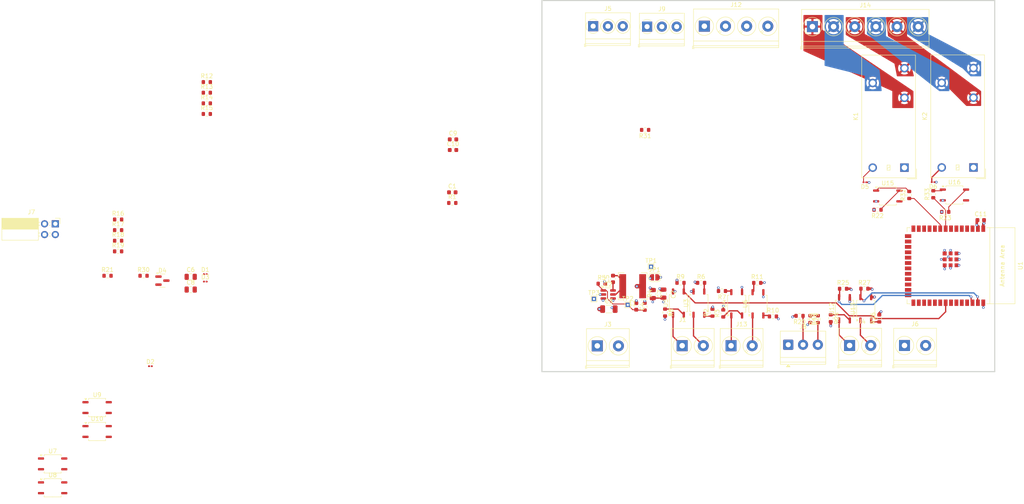
<source format=kicad_pcb>
(kicad_pcb (version 20241229) (generator "pcbnew") (generator_version "9.0")
  (layers (0 "F.Cu" signal) (4 "In1.Cu" power) (6 "In2.Cu" mixed) (2 "B.Cu" signal) (13 "F.Paste" user) (15 "B.Paste" user) (5 "F.SilkS" user "F.Silkscreen") (7 "B.SilkS" user "B.Silkscreen") (1 "F.Mask" user) (3 "B.Mask" user) (25 "Edge.Cuts" user))
  (net 0 "")
  (net 1 "GND")
  (net 2 "Net-(U1-EN)")
  (net 3 "Net-(U2-FB)")
  (net 4 "Net-(U2-BST)")
  (net 5 "/Board_ZorionX/NPN_IN_2")
  (net 6 "/Board_ZorionX/A010_IN1")
  (net 7 "VCC")
  (net 8 "/Board_ZorionX/D_IN1")
  (net 9 "/Board_ZorionX/D_IN_2")
  (net 10 "/Board_ZorionX/RS485-B")
  (net 11 "/Board_ZorionX/RS485-A")
  (net 12 "/Board_ZorionX/RUN{slash}Stop")
  (net 13 "/Board_ZorionX/AOUT_010_1")
  (net 14 "/AOUT_420_1")
  (net 15 "/Board_ZorionX/DOUT_PNP_1")
  (net 16 "Net-(R23-Pad1)")
  (net 17 "/Board_ZorionX/DOUT_PNP_2")
  (net 18 "Net-(R32-Pad2)")
  (net 19 "/Board_ZorionX/PNP_IN_2")
  (net 20 "/Board_ZorionX/RLY1_CD")
  (net 21 "/Board_ZorionX/RLY2_NCD")
  (net 22 "/Board_ZorionX/RLY1_NOD")
  (net 23 "/Board_ZorionX/RLY2_NOD")
  (net 24 "/Board_ZorionX/RLY2_CD")
  (net 25 "/Board_ZorionX/RLY1_NCD")
  (net 26 "+3.3V")
  (net 27 "RLY_EN_1")
  (net 28 "RLY_EN_2")
  (net 29 "Net-(R33-Pad2)")
  (net 31 "Net-(R24-Pad1)")
  (net 33 "Net-(R26-Pad1)")
  (net 36 "Net-(R2-Pad1)")
  (net 38 "/Board_ZorionX/Driver_RS485/UART_OUT")
  (net 39 "Net-(R8-Pad1)")
  (net 40 "Net-(U11-A)")
  (net 41 "Net-(U11-B)")
  (net 43 "Net-(R16-Pad1)")
  (net 44 "Net-(R17-Pad2)")
  (net 45 "Net-(R18-Pad1)")
  (net 46 "Net-(R19-Pad2)")
  (net 48 "Net-(R12-Pad1)")
  (net 49 "/Board_ZorionX/Driver_RS485/UART_R_IN")
  (net 51 "Net-(R14-Pad1)")
  (net 52 "Net-(R3-Pad1)")
  (net 54 "Net-(R10-Pad1)")
  (net 55 "/Board_ZorionX/INPUt_PNP/Out_Input_PNP2")
  (net 56 "Net-(R22-Pad1)")
  (net 57 "/Board_ZorionX/Output_PNP/IN_output_PNP1")
  (net 59 "/Board_ZorionX/Output_PNP/IN_output_PNP2")
  (net 60 "/Board_ZorionX/OUTPUT_NPN/IN_output_NPN1")
  (net 62 "/Board_ZorionX/USB_-")
  (net 63 "/Board_ZorionX/OUT_0-10v/SDA_0-10v_out")
  (net 64 "/Board_ZorionX/USB_+")
  (net 65 "/Board_ZorionX/OUT_0-10v/SLK_0-10v_out")
  (net 66 "+5V")
  (net 67 "Net-(U14-V5V)")
  (net 68 "Net-(D5-A)")
  (net 69 "Net-(D6-A)")
  (net 70 "Net-(C9-Pad1)")
  (net 71 "Net-(C10-Pad1)")
  (net 72 "/Board_ZorionX/PowerSuply/Vout")
  (net 73 "/Board_ZorionX/PowerSuply/SW")
  (net 74 "/Board_ZorionX/INPUt_PNP/Out_Input_PNP1")
  (net 75 "/Board_ZorionX/OUTPUT_NPN/IN_otuput_NPN2")
  (net 78 "4_20v_mA")
  (net 79 "/Board_ZorionX/0-10v_IN/IN_input_0-10v")
  (net 80 "0_10v_in")
  (net 83 "/Board_ZorionX/AOUT_420")
  (net 84 "In_dig_1")
  (net 85 "In_dig_2")
  (net 89 "NPN_in_1")
  (net 90 "PNP_in_1")
  (net 91 "NPN_in_2")
  (footprint "Resistor_SMD:R_0603_1608Metric" (layer "F.Cu") (at 83.395 138.23 180)
    (property "Reference" "R7")
    (property "Value" "R_US")
  )
  (footprint "Package_SO:SOP-4_3.8x4.1mm_P2.54mm" (layer "F.Cu") (at 91.9 141.25 90)
    (property "Reference" "U6")
    (property "Value" "TLP3542")
  )
  (footprint "Resistor_SMD:R_0603_1608Metric" (layer "F.Cu") (at 120.1545 119.0283 180)
    (property "Reference" "R22")
    (property "Value" "R_US")
  )
  (footprint "Resistor_SMD:R_0603_1608Metric" (layer "F.Cu") (at -38.343 93.8708)
    (property "Reference" "R14")
    (property "Value" "R_US")
  )
  (footprint "TerminalBlock_Phoenix:TerminalBlock_Phoenix_PT-1,5-2-5.0-H_1x02_P5.00mm_Horizontal" (layer "F.Cu") (at 126.53 151.09)
    (property "Reference" "J6")
    (property "Value" "Screw_Terminal_01x02")
  )
  (footprint "TerminalBlock_Phoenix:TerminalBlock_Phoenix_PT-1,5-2-5.0-H_1x02_P5.00mm_Horizontal" (layer "F.Cu") (at 53.9328 151.1808)
    (property "Reference" "J3")
    (property "Value" "Screw_Terminal_01x02")
  )
  (footprint "Resistor_SMD:R_0603_1608Metric" (layer "F.Cu") (at -38.343 91.3608)
    (property "Reference" "R13")
    (property "Value" "R_US")
  )
  (footprint "Package_SO:SOP-4_3.8x4.1mm_P2.54mm" (layer "F.Cu") (at -64.27 171.42)
    (property "Reference" "U10")
    (property "Value" "TLP3542")
  )
  (footprint "TerminalBlock_Phoenix:TerminalBlock_Phoenix_PT-1,5-2-5.0-H_1x02_P5.00mm_Horizontal" (layer "F.Cu") (at 85.54 151.15)
    (property "Reference" "J13")
    (property "Value" "Screw_Terminal_01x02")
  )
  (footprint "Package_TO_SOT_SMD:TSOT-23-6" (layer "F.Cu") (at 56.5045 139.0408)
    (property "Reference" "U2")
    (property "Value" "AP63203WU")
  )
  (footprint "TerminalBlock_Phoenix:TerminalBlock_Phoenix_PT-1,5-2-5.0-H_1x02_P5.00mm_Horizontal" (layer "F.Cu") (at 113.55 151.09)
    (property "Reference" "J4")
    (property "Value" "Screw_Terminal_01x02")
  )
  (footprint "TerminalBlock_Phoenix:TerminalBlock_Phoenix_PT-1,5-3-3.5-H_1x03_P3.50mm_Horizontal" (layer "F.Cu") (at 52.9488 75.6412)
    (property "Reference" "J5")
    (property "Value" "Screw_Terminal_01x03")
  )
  (footprint "Capacitor_SMD:C_0805_2012Metric" (layer "F.Cu") (at -42.153 137.8808)
    (property "Reference" "C8")
    (property "Value" "1uf")
  )
  (footprint "Package_SO:SOP-4_3.8x4.1mm_P2.54mm" (layer "F.Cu") (at -74.78 179.07)
    (property "Reference" "U7")
    (property "Value" "TLP3542")
  )
  (footprint "Resistor_SMD:R_0603_1608Metric" (layer "F.Cu") (at -59.303 123.8308)
    (property "Reference" "R17")
    (property "Value" "R_US")
  )
  (footprint "Package_SO:SOP-4_3.8x4.1mm_P2.54mm" (layer "F.Cu") (at 117.38 142.42 90)
    (property "Reference" "U13")
    (property "Value" "TLP3542")
  )
  (footprint "Capacitor_SMD:C_0603_1608Metric" (layer "F.Cu") (at 19.6646 114.8996)
    (property "Reference" "C1")
    (property "Value" "1uf")
  )
  (footprint "Capacitor_SMD:C_0603_1608Metric" (layer "F.Cu") (at 57.642 135.3658 90)
    (property "Reference" "C5")
    (property "Value" "100nf")
  )
  (footprint "Package_SO:SOP-4_3.8x4.1mm_P2.54mm" (layer "F.Cu") (at -74.78 184.72)
    (property "Reference" "U8")
    (property "Value" "TLP3542")
  )
  (footprint "Resistor_SMD:R_0603_1608Metric" (layer "F.Cu") (at 127.642 115.5283 90)
    (property "Reference" "R32")
    (property "Value" "R_US")
  )
  (footprint "Resistor_SMD:R_0603_1608Metric" (layer "F.Cu") (at 19.6646 117.4096)
    (property "Reference" "R1")
    (property "Value" "R_US")
  )
  (footprint "Inductor_SMD:L_0201_0603Metric" (layer "F.Cu") (at -38.703 134.2408)
    (property "Reference" "D1")
    (property "Value" "D_Zener")
  )
  (footprint "Package_SO:SOP-4_3.8x4.1mm_P2.54mm" (layer "F.Cu") (at 122.5795 115.7583)
    (property "Reference" "U15")
    (property "Value" "TLP3542")
  )
  (footprint "Package_SO:SOP-4_3.8x4.1mm_P2.54mm" (layer "F.Cu") (at 112.34 142.41 90)
    (property "Reference" "U12")
    (property "Value" "TLP3542")
  )
  (footprint "Inductor_SMD:L_0201_0603Metric" (layer "F.Cu") (at -38.703 135.9908)
    (property "Reference" "D3")
    (property "Value" "D")
  )
  (footprint "Resistor_SMD:R_0603_1608Metric" (layer "F.Cu") (at 73.595 136.29)
    (property "Reference" "R9")
    (property "Value" "R_US")
  )
  (footprint "Package_SO:SOP-4_3.8x4.1mm_P2.54mm" (layer "F.Cu") (at 86.87 141.24 90)
    (property "Reference" "U4")
    (property "Value" "TLP3542")
  )
  (footprint "Resistor_SMD:R_0603_1608Metric" (layer "F.Cu") (at 101.725 144.09 180)
    (property "Reference" "R20")
    (property "Value" "R_US")
  )
  (footprint "Jumper:SolderJumper-2_P1.3mm_Open_RoundedPad1.0x1.5mm" (layer "F.Cu") (at 67.492 134.9908)
    (property "Reference" "JP1")
    (property "Value" "SolderJumper_2_Open")
  )
  (footprint "Capacitor_SMD:C_0603_1608Metric" (layer "F.Cu") (at 19.835 104.9)
    (property "Reference" "C10")
    (property "Value" "1uf")
  )
  (footprint "Capacitor_SMD:C_0603_1608Metric" (layer "F.Cu") (at 19.835 102.39)
    (property "Reference" "C9")
    (property "Value" "1uf")
  )
  (footprint "Connector_PinSocket_2.54mm:PinSocket_2x02_P2.54mm_Horizontal" (layer "F.Cu") (at -74.143 122.3408)
    (property "Reference" "J7")
    (property "Value" "USB_ext")
  )
  (footprint "TestPoint:TestPoint_THTPad_1.0x1.0mm_Drill0.5mm" (layer "F.Cu") (at 61.142 141.4908)
    (property "Reference" "TP2")
    (property "Value" "TestPoint")
  )
  (footprint "Resistor_SMD:R_0603_1608Metric" (layer "F.Cu") (at -53.293 134.6208)
    (property "Reference" "R30")
    (property "Value" "R_US")
  )
  (footprint "Resistor_SMD:R_0603_1608Metric" (layer "F.Cu") (at -59.303 126.3408)
    (property "Reference" "R18")
    (property "Value" "R_US")
  )
  (footprint "Inductor_SMD:L_0201_0603Metric" (layer "F.Cu") (at 117.1745 112.5283 180)
    (property "Reference" "D5")
    (property "Value" "D")
  )
  (footprint "Capacitor_SMD:C_0805_2012Metric" (layer "F.Cu") (at -42.153 134.8708)
    (property "Reference" "C6")
    (property "Value" "0.1uf")
  )
  (footprint "Capacitor_SMD:C_0603_1608Metric" (layer "F.Cu") (at 144.545 121.47)
    (property "Reference" "C11")
    (property "Value" "1uf")
  )
  (footprint "Resistor_SMD:R_0603_1608Metric" (layer "F.Cu") (at -61.803 134.6208)
    (property "Reference" "R21")
    (property "Value" "R_US")
  )
  (footprint "Resistor_SMD:R_0603_1608Metric" (layer "F.Cu") (at -38.343 88.8508)
    (property "Reference" "R12")
    (property "Value" "R_US")
  )
  (footprint "Package_SO:SOP-4_3.8x4.1mm_P2.54mm" (layer "F.Cu") (at -64.27 165.77)
    (property "Reference" "U9")
    (property "Value" "TLP3542")
  )
  (footprint "Resistor_SMD:R_0603_1608Metric" (layer "F.Cu") (at 117.055 137.67)
    (property "Reference" "R27")
    (property "Value" "R_US")
  )
  (footprint "Resistor_SMD:R_0603_1608Metric" (layer "F.Cu") (at 112.015 137.69)
    (property "Reference" "R25")
    (property "Value" "R_US")
  )
  (footprint "Inductor_SMD:L_0201_0603Metric" (layer "F.Cu") (at 133.297 112.4908 180)
    (property "Reference" "D6")
    (property "Value" "D")
  )
  (footprint "Resistor_SMD:R_0603_1608Metric" (layer "F.Cu") (at 120.57 144.685 90)
    (property "Reference" "R26")
    (property "Value" "R_US")
  )
  (footprint "Resistor_SMD:R_0603_1608Metric" (layer "F.Cu") (at 81.14 143.335 90)
    (property "Reference" "R2")
    (property "Value" "R_US")
  )
  (footprint "Resistor_SMD:R_0603_1608Metric" (layer "F.Cu") (at 83.7 143.515 90)
    (property "Reference" "R3")
    (property "Value" "R_US")
  )
  (footprint "Resistor_SMD:R_0603_1608Metric" (layer "F.Cu") (at -38.343 96.3808)
    (property "Reference" "R15")
    (property "Value" "R_US")
  )
  (footprint "Resistor_SMD:R_0603_1608Metric" (layer "F.Cu") (at -59.303 128.8508)
    (property "Reference" "R19")
    (property "Value" "R_US")
  )
  (footprint "Package_SO:SOP-4_3.8x4.1mm_P2.54mm" (layer "F.Cu") (at 138.3295 115.5283)
    (property "Reference" "U16")
    (property "Value" "TLP3542")
  )
  (footprint "Capacitor_SMD:C_0603_1608Metric" (layer "F.Cu") (at 63.142 141.8658 -90)
    (property "Reference" "C4")
    (property "Value" "100nf")
  )
  (footprint "Resistor_SMD:R_0603_1608Metric" (layer "F.Cu") (at 91.73 136.3)
    (property "Reference" "R11")
    (property "Value" "R_US")
  )
  (footprint "Inductor_SMD:L_Bourns-SRN6028" (layer "F.Cu") (at 62.292 137.0908)
    (property "Reference" "L1")
    (property "Value" "L_Iron")
  )
  (footprint "Package_TO_SOT_SMD:SOT-23" (layer "F.Cu") (at -48.833 135.7658)
    (property "Reference" "D4")
    (property "Value" "SM712_SOT23")
  )
  (footprint "Resistor_SMD:R_0603_1608Metric" (layer "F.Cu") (at 133.3295 115.3533 90)
    (property "Reference" "R33")
    (property "Value" "R_US")
  )
  (footprint "TerminalBlock_Phoenix:TerminalBlock_Phoenix_PT-1,5-3-3.5-H_1x03_P3.50mm_Horizontal" (layer "F.Cu") (at 65.6944 75.7428)
    (property "Reference" "J9")
    (property "Value" "Screw_Terminal_01x03")
  )
  (footprint "Capacitor_SMD:C_0805_2012Metric" (layer "F.Cu") (at 67.042 138.9408 -90)
    (property "Reference" "C7")
    (property "Value" "22uf")
  )
  (footprint "TerminalBlock_Phoenix:TerminalBlock_Phoenix_PT-1,5-4-5.0-H_1x04_P5.00mm_Horizontal" (layer "F.Cu") (at 79.2312 75.6412)
    (property "Reference" "J12")
    (property "Value" "Screw_Terminal_01x04")
  )
  (footprint "TerminalBlock_Phoenix:TerminalBlock_Phoenix_PT-1,5-2-5.0-H_1x02_P5.00mm_Horizontal" (layer "F.Cu") (at 73.99 151.14)
    (property "Reference" "J1")
    (property "Value" "Screw_Terminal_01x02")
  )
  (footprint "Resistor_SMD:R_0603_1608Metric" (layer "F.Cu") (at 65.235 100.15 180)
    (property "Reference" "R31")
    (property "Value" "R_US")
  )
  (footprint "Relay_THT:Relay_SPDT_Omron_G2RL-1" (layer "F.Cu") (at 126.517 109.0658 180)
    (property "Reference" "K1")
    (property "Value" "G2RL-1")
  )
  (footprint "Resistor_SMD:R_0603_1608Metric" (layer "F.Cu") (at 106.06 144.875 90)
    (property "Reference" "R28")
    (property "Value" "R_US")
  )
  (footprint "Resistor_SMD:R_0603_1608Metric" (layer "F.Cu") (at -59.303 121.3208)
    (property "Reference" "R16")
    (property "Value" "R_US")
  )
  (footprint "TestPoint:TestPoint_THTPad_1.0x1.0mm_Drill0.5mm" (layer "F.Cu") (at 53.142 140.0908)
    (property "Reference" "TP3")
    (property "Value" "TestPoint")
  )
  (footprint "Resistor_SMD:R_0603_1608Metric" (layer "F.Cu") (at 78.46 136.29)
    (property "Reference" "R6")
    (property "Value" "R_US")
  )
  (footprint "Resistor_SMD:R_0603_1608Metric" (layer "F.Cu") (at 109.1 144.655 -90)
    (property "Reference" "R24")
    (property "Value" "R_US")
  )
  (footprint "Resistor_SMD:R_0603_1608Metric" (layer "F.Cu") (at 104.27 144.865 -90)
    (property "Reference" "R29")
    (property "Value" "R_US")
  )
  (footprint "Relay_THT:Relay_SPDT_Omron_G2RL-1" (layer "F.Cu") (at 142.8295 109.0283 180)
    (property "Reference" "K2")
    (property "Value" "G2RL-1")
  )
  (footprint "Capacitor_SMD:C_0805_2012Metric" (layer "F.Cu") (at 69.542 138.8408 -90)
    (property "Reference" "C2")
    (property "Value" "22uf")
  )
  (footprint "Inductor_SMD:L_0201_0603Metric" (layer "F.Cu") (at -51.678 155.9908)
    (property "Reference" "D2")
    (property "Value" "D")
  )
  (footprint "Resistor_SMD:R_0603_1608Metric" (layer "F.Cu") (at 54.967 136.4908)
    (property "Reference" "R5")
    (property "Value" "R_US")
  )
  (footprint "Resistor_SMD:R_0603_1608Metric" (layer "F.Cu") (at 136.1545 119.5283 180)
    (property "Reference" "R23")
    (property "Value" "R_US")
  )
  (footprint "PCM_Espressif:ESP32-S3-WROOM-1" (layer "F.Cu") (at 136.882 132.2408 -90)
    (property "Reference" "U1")
    (property "Value" "ESP32-S3-WROOM-1")
  )
  (footprint "Resistor_SMD:R_0603_1608Metric" (layer "F.Cu") (at 69.95 143.315 -90)
    (property "Reference" "R8")
    (property "Value" "R_US")
  )
  (footprint "TestPoint:TestPoint_THTPad_1.0x1.0mm_Drill0.5mm" (layer "F.Cu") (at 66.642 132.4908)
    (property "Reference" "TP1")
    (property "Value" "TestPoint")
  )
  (footprint "Capacitor_SMD:C_1206_3216Metric" (layer "F.Cu") (at 56.667 142.4908)
    (property "Reference" "C3")
    (property "Value" "10mf")
  )
  (footprint "Resistor_SMD:R_0603_1608Metric" (layer "F.Cu") (at 95.435 144.23)
    (property "Reference" "R10")
    (property "Value" "R_US")
  )
  (footprint "Package_SO:SOP-4_3.8x4.1mm_P2.54mm" (layer "F.Cu") (at 77.94 141.09 90)
    (property "Reference" "U3")
    (property "Value" "TLP3542")
  )
  (footprint "TerminalBlock_Phoenix:TerminalBlock_Phoenix_PT-1,5-6-5.0-H_1x06_P5.00mm_Horizontal" (layer "F.Cu") (at 104.7696 75.7428)
    (property "Reference" "J14")
    (property "Value" "Screw_Terminal_01x06")
  )
  (footprint "Package_SO:SOP-4_3.8x4.1mm_P2.54mm" (layer "F.Cu") (at 73.1 141.09 90)
    (property "Reference" "U5")
    (property "Value" "TLP3542")
  )
  (footprint "Resistor_SMD:R_0603_1608Metric" (layer "F.Cu") (at 65.142 141.9158 -90)
    (property "Reference" "R4")
    (property "Value" "R_US")
  )
  (footprint "TerminalBlock_Phoenix:TerminalBlock_Phoenix_PT-1,5-3-3.5-H_1x03_P3.50mm_Horizontal" (layer "F.Cu") (at 99.05 150.92)
    (property "Reference" "J8")
    (property "Value" "Screw_Terminal_01x03")
  )
  (gr_line (start 40.848 69.5768) (end 40.848 157.2768) (stroke (width 0.25)) (layer "Edge.Cuts"))
  (gr_line (start 147.848 69.5768) (end 40.848 69.5768) (stroke (width 0.25)) (layer "Edge.Cuts"))
  (gr_line (start 147.848 157.2768) (end 147.848 69.5768) (stroke (width 0.25)) (layer "Edge.Cuts"))
  (gr_line (start 40.848 157.2768) (end 147.848 157.2768) (stroke (width 0.25)) (layer "Edge.Cuts"))
  (segment (start 57.7208 142.4908) (end 57.4 142.17) (width 0.3048) (layer "F.Cu") (net 1))
  (segment (start 100.9 144.09) (end 100.33 144.09) (width 0.3048) (layer "F.Cu") (net 1))
  (segment (start 136.022 130.7408) (end 135.2108 130.7408) (width 0.3048) (layer "F.Cu") (net 1))
  (segment (start 71.83 138.34) (end 72.28 138.34) (width 0.6096) (layer "F.Cu") (net 1))
  (segment (start 145.142 122.388) (end 145.3 122.23) (width 0.6096) (layer "F.Cu") (net 1))
  (segment (start 145.32 122.21) (end 145.3 122.23) (width 0.6096) (layer "F.Cu") (net 1))
  (segment (start 137.422 128.598) (end 137.43 128.59) (width 0.3048) (layer "F.Cu") (net 1))
  (segment (start 109.1 145.48) (end 109.1 146.45) (width 0.6096) (layer "F.Cu") (net 1))
  (segment (start 96.26 144.23) (end 96.26 144.34) (width 0.3048) (layer "F.Cu") (net 1))
  (segment (start 136.022 132.998) (end 136.02 133) (width 0.3048) (layer "F.Cu") (net 1))
  (segment (start 137.422 132.1408) (end 137.422 132.788) (width 0.3048) (layer "F.Cu") (net 1))
  (segment (start 67.042 139.8908) (end 67.042 140.7908) (width 0.2) (layer "F.Cu") (net 1))
  (segment (start 67.042 139.8908) (end 69.442 139.8908) (width 0.3048) (layer "F.Cu") (net 1))
  (segment (start 145.142 142.092) (end 145.16 142.11) (width 0.3048) (layer "F.Cu") (net 1))
  (segment (start 55.792 136.4908) (end 55.792 136.1408) (width 0.2) (layer "F.Cu") (net 1))
  (segment (start 69.95 144.9) (end 69.93 144.92) (width 0.3048) (layer "F.Cu") (net 1))
  (segment (start 92.555 136.3) (end 93.35 136.3) (width 0.3048) (layer "F.Cu") (net 1))
  (segment (start 138.822 129.3408) (end 139.4392 129.3408) (width 0.3048) (layer "F.Cu") (net 1))
  (segment (start 69.442 139.8908) (end 69.542 139.7908) (width 0.3048) (layer "F.Cu") (net 1))
  (segment (start 83.7 141.8) (end 83.71 141.79) (width 0.3048) (layer "F.Cu") (net 1))
  (segment (start 136.022 132.1408) (end 136.022 132.998) (width 0.3048) (layer "F.Cu") (net 1))
  (segment (start 118.73 137.67) (end 118.9 137.84) (width 0.6096) (layer "F.Cu") (net 1))
  (segment (start 69.95 144.14) (end 69.95 144.9) (width 0.3048) (layer "F.Cu") (net 1))
  (segment (start 81.14 142.51) (end 81.14 142.08) (width 0.6096) (layer "F.Cu") (net 1))
  (segment (start 117.88 137.67) (end 118.73 137.67) (width 0.6096) (layer "F.Cu") (net 1))
  (segment (start 145.142 123.4908) (end 145.142 122.388) (width 0.6096) (layer "F.Cu") (net 1))
  (segment (start 55.792 136.1408) (end 55.642 135.9908) (width 0.2) (layer "F.Cu") (net 1))
  (segment (start 58.142 142.4908) (end 57.7208 142.4908) (width 0.3048) (layer "F.Cu") (net 1))
  (segment (start 82.57 137.49) (end 82.53 137.45) (width 0.3048) (layer "F.Cu") (net 1))
  (segment (start 120.57 143.86) (end 120.57 143.51) (width 0.6096) (layer "F.Cu") (net 1))
  (segment (start 137.422 132.788) (end 137.41 132.8) (width 0.3048) (layer "F.Cu") (net 1))
  (segment (start 137.422 129.3408) (end 137.422 128.598) (width 0.3048) (layer "F.Cu") (net 1))
  (segment (start 104.14 145.69) (end 103.64 146.19) (width 0.3048) (layer "F.Cu") (net 1))
  (segment (start 82.57 138.23) (end 82.57 137.49) (width 0.3048) (layer "F.Cu") (net 1))
  (segment (start 145.32 121.47) (end 145.32 122.21) (width 0.6096) (layer "F.Cu") (net 1))
  (segment (start 69.542 139.7908) (end 69.542 140.7908) (width 0.2) (layer "F.Cu") (net 1))
  (segment (start 81.14 142.08) (end 81.22 142) (width 0.6096) (layer "F.Cu") (net 1))
  (segment (start 57.642 139.9908) (end 57.642 140.4908) (width 0.2) (layer "F.Cu") (net 1))
  (segment (start 76.16 138.34) (end 76.13 138.31) (width 0.6096) (layer "F.Cu") (net 1))
  (segment (start 96.26 144.34) (end 96.73 144.81) (width 0.3048) (layer "F.Cu") (net 1))
  (segment (start 137.4108 130.7408) (end 136.85 130.18) (width 0.3048) (layer "F.Cu") (net 1))
  (segment (start 93.35 136.3) (end 93.43 136.22) (width 0.3048) (layer "F.Cu") (net 1))
  (segment (start 72.28 138.34) (end 72.3 138.32) (width 0.6096) (layer "F.Cu") (net 1))
  (segment (start 138.822 130.7408) (end 139.4792 130.7408) (width 0.3048) (layer "F.Cu") (net 1))
  (segment (start 137.422 130.7408) (end 137.4108 130.7408) (width 0.3048) (layer "F.Cu") (net 1))
  (segment (start 109.1 146.45) (end 109.11 146.46) (width 0.6096) (layer "F.Cu") (net 1))
  (segment (start 139.4792 130.7408) (end 139.48 130.74) (width 0.3048) (layer "F.Cu") (net 1))
  (segment (start 83.7 142.69) (end 83.7 141.8) (width 0.3048) (layer "F.Cu") (net 1))
  (segment (start 113.74 137.69) (end 113.96 137.91) (width 0.6096) (layer "F.Cu") (net 1))
  (segment (start 145.142 140.9908) (end 145.142 142.092) (width 0.3048) (layer "F.Cu") (net 1))
  (segment (start 138.822 132.1408) (end 139.3892 132.1408) (width 0.3048) (layer "F.Cu") (net 1))
  (segment (start 139.3892 132.1408) (end 139.4 132.13) (width 0.3048) (layer "F.Cu") (net 1))
  (segment (start 135.2108 130.7408) (end 135.21 130.74) (width 0.3048) (layer "F.Cu") (net 1))
  (segment (start 136.022 128.602) (end 136.01 128.59) (width 0.3048) (layer "F.Cu") (net 1))
  (segment (start 104.27 145.69) (end 104.14 145.69) (width 0.3048) (layer "F.Cu") (net 1))
  (segment (start 136.022 129.3408) (end 136.022 128.602) (width 0.3048) (layer "F.Cu") (net 1))
  (segment (start 76.67 138.34) (end 76.16 138.34) (width 0.6096) (layer "F.Cu") (net 1))
  (segment (start 139.4392 129.3408) (end 139.44 129.34) (width 0.3048) (layer "F.Cu") (net 1))
  (segment (start 120.57 143.51) (end 120.98 143.1) (width 0.6096) (layer "F.Cu") (net 1))
  (segment (start 100.33 144.09) (end 100.07 144.35) (width 0.3048) (layer "F.Cu") (net 1))
  (segment (start 112.84 137.69) (end 113.74 137.69) (width 0.6096) (layer "F.Cu") (net 1))
  (via (at 119.3295 119.0283) (size 0.6) (drill 0.3) (layers "F.Cu" "B.Cu") (net 1))
  (via (at 113.96 137.91) (size 0.6) (drill 0.3) (layers "F.Cu" "B.Cu") (net 1))
  (via (at 145.16 142.11) (size 0.6) (drill 0.3) (layers "F.Cu" "B.Cu") (net 1))
  (via (at 109.11 146.46) (size 0.6) (drill 0.3) (layers "F.Cu" "B.Cu") (net 1))
  (via (at 72.3 138.32) (size 0.6) (drill 0.3) (layers "F.Cu" "B.Cu") (net 1))
  (via (at 83.71 141.79) (size 0.6) (drill 0.3) (layers "F.Cu" "B.Cu") (net 1))
  (via (at 139.4 132.13) (size 0.6) (drill 0.3) (layers "F.Cu" "B.Cu") (net 1))
  (via (at 100.07 144.35) (size 0.6) (drill 0.3) (layers "F.Cu" "B.Cu") (net 1))
  (via (at 81.22 142) (size 0.6) (drill 0.3) (layers "F.Cu" "B.Cu") (net 1))
  (via (at 137.43 128.59) (size 0.6) (drill 0.3) (layers "F.Cu" "B.Cu") (net 1))
  (via (at 139.44 129.34) (size 0.6) (drill 0.3) (layers "F.Cu" "B.Cu") (net 1))
  (via (at 55.642 135.9908) (size 0.6) (drill 0.3) (layers "F.Cu" "B.Cu") (net 1))
  (via (at 145.3 122.23) (size 0.6) (drill 0.3) (layers "F.Cu" "B.Cu") (net 1))
  (via (at 136.01 128.59) (size 0.6) (drill 0.3) (layers "F.Cu" "B.Cu") (net 1))
  (via (at 137.41 132.8) (size 0.6) (drill 0.3) (layers "F.Cu" "B.Cu") (net 1))
  (via (at 135.5795 116.7983) (size 0.6) (drill 0.3) (layers "F.Cu" "B.Cu") (net 1))
  (via (at 76.13 138.31) (size 0.6) (drill 0.3) (layers "F.Cu" "B.Cu") (net 1))
  (via (at 136.02 133) (size 0.6) (drill 0.3) (layers "F.Cu" "B.Cu") (net 1))
  (via (at 57.4 142.17) (size 0.6) (drill 0.3) (layers "F.Cu" "B.Cu") (net 1))
  (via (at 96.73 144.81) (size 0.6) (drill 0.3) (layers "F.Cu" "B.Cu") (net 1))
  (via (at 136.85 130.18) (size 0.6) (drill 0.3) (layers "F.Cu" "B.Cu") (net 1))
  (via (at 67.042 140.7908) (size 0.6) (drill 0.3) (layers "F.Cu" "B.Cu") (net 1))
  (via (at 69.93 144.92) (size 0.6) (drill 0.3) (layers "F.Cu" "B.Cu") (net 1))
  (via (at 139.48 130.74) (size 0.6) (drill 0.3) (layers "F.Cu" "B.Cu") (net 1))
  (via (at 135.21 130.74) (size 0.6) (drill 0.3) (layers "F.Cu" "B.Cu") (net 1))
  (via (at 118.9 137.84) (size 0.6) (drill 0.3) (layers "F.Cu" "B.Cu") (net 1))
  (via (at 119.8295 117.0283) (size 0.6) (drill 0.3) (layers "F.Cu" "B.Cu") (net 1))
  (via (at 82.53 137.45) (size 0.6) (drill 0.3) (layers "F.Cu" "B.Cu") (net 1))
  (via (at 57.642 140.4908) (size 0.6) (drill 0.3) (layers "F.Cu" "B.Cu") (net 1))
  (via (at 135.3295 119.5283) (size 0.6) (drill 0.3) (layers "F.Cu" "B.Cu") (net 1))
  (via (at 120.98 143.1) (size 0.6) (drill 0.3) (layers "F.Cu" "B.Cu") (net 1))
  (via (at 103.64 146.19) (size 0.6) (drill 0.3) (layers "F.Cu" "B.Cu") (net 1))
  (via (at 93.43 136.22) (size 0.6) (drill 0.3) (layers "F.Cu" "B.Cu") (net 1))
  (via (at 69.542 140.7908) (size 0.6) (drill 0.3) (layers "F.Cu" "B.Cu") (net 1))
  (segment (start 63.142 142.6408) (end 62.292 142.6408) (width 0.2032) (layer "F.Cu") (net 3))
  (segment (start 56.3321 138.393401) (end 56.029499 138.0908) (width 0.2032) (layer "F.Cu") (net 3))
  (segment (start 54.142 136.4908) (end 54.142 136.8658) (width 0.2) (layer "F.Cu") (net 3))
  (segment (start 56.3321 140.033106) (end 56.3321 138.393401) (width 0.2032) (layer "F.Cu") (net 3))
  (segment (start 62.292 142.6408) (end 61.142 141.4908) (width 0.2032) (layer "F.Cu") (net 3))
  (segment (start 63.242 142.7408) (end 63.142 142.6408) (width 0.2032) (layer "F.Cu") (net 3))
  (segment (start 57.587194 141.2882) (end 56.3321 140.033106) (width 0.2032) (layer "F.Cu") (net 3))
  (segment (start 65.142 142.7408) (end 63.242 142.7408) (width 0.2032) (layer "F.Cu") (net 3))
  (segment (start 60.9394 141.2882) (end 57.587194 141.2882) (width 0.2032) (layer "F.Cu") (net 3))
  (segment (start 61.142 141.4908) (end 60.9394 141.2882) (width 0.2032) (layer "F.Cu") (net 3))
  (segment (start 56.029499 138.0908) (end 55.367 138.0908) (width 0.2032) (layer "F.Cu") (net 3))
  (segment (start 54.142 136.8658) (end 55.367 138.0908) (width 0.2) (layer "F.Cu") (net 3))
  (segment (start 57.642 138.0908) (end 57.642 136.1408) (width 0.3048) (layer "F.Cu") (net 4))
  (segment (start 71.83 148.98) (end 73.99 151.14) (width 0.3048) (layer "F.Cu") (net 5))
  (segment (start 71.83 143.84) (end 71.83 148.98) (width 0.3048) (layer "F.Cu") (net 5))
  (segment (start 106.06 145.7) (end 106.06 150.91) (width 0.3048) (layer "F.Cu") (net 6))
  (segment (start 106.06 150.91) (end 106.05 150.92) (width 0.3048) (layer "F.Cu") (net 6))
  (segment (start 54.4408 142.4908) (end 54.43 142.48) (width 1.016) (layer "F.Cu") (net 7))
  (segment (start 55.367 140.363) (end 55.29 140.44) (width 0.3048) (layer "F.Cu") (net 7))
  (segment (start 55.192 142.4908) (end 54.4408 142.4908) (width 1.016) (layer "F.Cu") (net 7))
  (segment (start 54.6192 139.0408) (end 54.6 139.06) (width 0.3048) (layer "F.Cu") (net 7))
  (segment (start 55.267 140.0908) (end 55.367 139.9908) (width 0.3048) (layer "F.Cu") (net 7))
  (segment (start 55.367 139.9908) (end 55.367 140.363) (width 0.3048) (layer "F.Cu") (net 7))
  (segment (start 55.367 139.0408) (end 54.6192 139.0408) (width 0.3048) (layer "F.Cu") (net 7))
  (via (at 55.29 140.44) (size 0.6) (drill 0.3) (layers "F.Cu" "B.Cu") (net 7))
  (via (at 54.43 142.48) (size 0.6) (drill 0.3) (layers "F.Cu" "B.Cu") (net 7))
  (via (at 54.6 139.06) (size 0.6) (drill 0.3) (layers "F.Cu" "B.Cu") (net 7))
  (segment (start 111.07 148.61) (end 113.55 151.09) (width 0.3048) (layer "F.Cu") (net 8))
  (segment (start 111.07 145.16) (end 111.07 148.61) (width 0.3048) (layer "F.Cu") (net 8))
  (segment (start 116.11 148.65) (end 118.55 151.09) (width 0.3048) (layer "F.Cu") (net 9))
  (segment (start 116.11 145.17) (end 116.11 148.65) (width 0.3048) (layer "F.Cu") (net 9))
  (segment (start 136.9795 118.3583) (end 141.0795 114.2583) (width 0.2) (layer "F.Cu") (net 16))
  (segment (start 136.9795 119.5283) (end 136.9795 118.3583) (width 0.2) (layer "F.Cu") (net 16))
  (segment (start 127.642 114.7033) (end 126.851 113.9123) (width 0.2) (layer "F.Cu") (net 18))
  (segment (start 126.851 113.9123) (end 120.4055 113.9123) (width 0.2) (layer "F.Cu") (net 18))
  (segment (start 120.4055 113.9123) (end 119.8295 114.4883) (width 0.2) (layer "F.Cu") (net 18))
  (segment (start 85.6 143.99) (end 85.6 151.09) (width 0.3048) (layer "F.Cu") (net 19))
  (segment (start 85.6 151.09) (end 85.54 151.15) (width 0.3048) (layer "F.Cu") (net 19))
  (segment (start 72.77 135.66) (end 72.76 135.65) (width 0.6096) (layer "F.Cu") (net 26))
  (segment (start 77.635 136.29) (end 77.21 136.29) (width 0.6096) (layer "F.Cu") (net 26))
  (segment (start 113.61 140.73) (end 113.6 140.74) (width 0.6096) (layer "F.Cu") (net 26))
  (segment (start 88.14 137.36) (end 88.11 137.33) (width 0.3048) (layer "F.Cu") (net 26))
  (segment (start 117.7983 112.5283) (end 117.4945 112.5283) (width 0.3048) (layer "F.Cu") (net 26))
  (segment (start 93.17 138.5) (end 93.17 139.62) (width 0.3048) (layer "F.Cu") (net 26))
  (segment (start 133.617 112.4908) (end 134.0492 112.4908) (width 0.3048) (layer "F.Cu") (net 26))
  (segment (start 93.17 139.62) (end 93.17 139.61) (width 0.3048) (layer "F.Cu") (net 26))
  (segment (start 77.21 136.29) (end 77.02 136.1) (width 0.6096) (layer "F.Cu") (net 26))
  (segment (start 119.42 139.67) (end 119.46 139.63) (width 0.6096) (layer "F.Cu") (net 26))
  (segment (start 118.65 139.67) (end 119.42 139.67) (width 0.6096) (layer "F.Cu") (net 26))
  (segment (start 68.9192 134.9908) (end 68.93 134.98) (width 0.6096) (layer "F.Cu") (net 26))
  (segment (start 143.61 121.63) (end 143.77 121.47) (width 0.6096) (layer "F.Cu") (net 26))
  (segment (start 68.142 134.9908) (end 68.9192 134.9908) (width 0.6096) (layer "F.Cu") (net 26))
  (segment (start 134.0492 112.4908) (end 134.05 112.49) (width 0.3048) (layer "F.Cu") (net 26))
  (segment (start 143.872 123.4908) (end 143.872 122.922) (width 0.6096) (layer "F.Cu") (net 26))
  (segment (start 72.77 136.29) (end 72.77 135.66) (width 0.6096) (layer "F.Cu") (net 26))
  (segment (start 88.14 138.49) (end 88.14 137.36) (width 0.3048) (layer "F.Cu") (net 26))
  (segment (start 118.16 112.57) (end 117.84 112.57) (width 0.3048) (layer "F.Cu") (net 26))
  (segment (start 143.61 122.66) (end 143.61 121.63) (width 0.6096) (layer "F.Cu") (net 26))
  (segment (start 117.84 112.57) (end 117.7983 112.5283) (width 0.3048) (layer "F.Cu") (net 26))
  (segment (start 113.61 139.66) (end 113.61 140.73) (width 0.6096) (layer "F.Cu") (net 26))
  (segment (start 143.872 122.922) (end 143.61 122.66) (width 0.6096) (layer "F.Cu") (net 26))
  (via (at 118.16 112.57) (size 0.6) (drill 0.3) (layers "F.Cu" "B.Cu") (net 26))
  (via (at 134.05 112.49) (size 0.6) (drill 0.3) (layers "F.Cu" "B.Cu") (net 26))
  (via (at 88.11 137.33) (size 0.6) (drill 0.3) (layers "F.Cu" "B.Cu") (net 26))
  (via (at 143.61 122.66) (size 0.6) (drill 0.3) (layers "F.Cu" "B.Cu") (net 26))
  (via (at 77.02 136.1) (size 0.6) (drill 0.3) (layers "F.Cu" "B.Cu") (net 26))
  (via (at 72.76 135.65) (size 0.6) (drill 0.3) (layers "F.Cu" "B.Cu") (net 26))
  (via (at 93.17 139.61) (size 0.6) (drill 0.3) (layers "F.Cu" "B.Cu") (net 26))
  (via (at 119.46 139.63) (size 0.6) (drill 0.3) (layers "F.Cu" "B.Cu") (net 26))
  (via (at 113.6 140.74) (size 0.6) (drill 0.3) (layers "F.Cu" "B.Cu") (net 26))
  (via (at 68.93 134.98) (size 0.6) (drill 0.3) (layers "F.Cu" "B.Cu") (net 26))
  (segment (start 133.3295 116.1783) (end 132.9795 116.1783) (width 0.2) (layer "F.Cu") (net 27))
  (segment (start 133.3295 116.1783) (end 136.252 119.1008) (width 0.2) (layer "F.Cu") (net 27))
  (segment (start 136.252 119.1008) (end 136.252 123.4908) (width 0.2) (layer "F.Cu") (net 27))
  (segment (start 134.982 122.5408) (end 134.982 123.4908) (width 0.2) (layer "F.Cu") (net 28))
  (segment (start 127.642 116.3533) (end 128.7945 116.3533) (width 0.2) (layer "F.Cu") (net 28))
  (segment (start 128.7945 116.3533) (end 134.982 122.5408) (width 0.2) (layer "F.Cu") (net 28))
  (segment (start 135.3095 114.5283) (end 135.5795 114.2583) (width 0.2) (layer "F.Cu") (net 29))
  (segment (start 133.3295 114.5283) (end 135.3095 114.5283) (width 0.2) (layer "F.Cu") (net 29))
  (segment (start 112.28 143.83) (end 113.61 145.16) (width 0.3048) (layer "F.Cu") (net 31))
  (segment (start 109.1 143.83) (end 112.28 143.83) (width 0.3048) (layer "F.Cu") (net 31))
  (segment (start 118.99 145.51) (end 118.65 145.17) (width 0.3048) (layer "F.Cu") (net 33))
  (segment (start 120.57 145.51) (end 118.99 145.51) (width 0.3048) (layer "F.Cu") (net 33))
  (segment (start 81.14 144.16) (end 79.53 144.16) (width 0.3048) (layer "F.Cu") (net 36))
  (segment (start 79.53 144.16) (end 79.21 143.84) (width 0.3048) (layer "F.Cu") (net 36))
  (segment (start 73.02 142.49) (end 74.37 143.84) (width 0.3048) (layer "F.Cu") (net 39))
  (segment (start 69.95 142.49) (end 73.02 142.49) (width 0.3048) (layer "F.Cu") (net 39))
  (segment (start 85.1284 142.9116) (end 87.0616 142.9116) (width 0.3048) (layer "F.Cu") (net 52))
  (segment (start 87.0616 142.9116) (end 88.14 143.99) (width 0.3048) (layer "F.Cu") (net 52))
  (segment (start 83.7 144.34) (end 85.1284 142.9116) (width 0.3048) (layer "F.Cu") (net 52))
  (segment (start 94.37 143.99) (end 94.61 144.23) (width 0.3048) (layer "F.Cu") (net 54))
  (segment (start 93.17 144) (end 94.38 144) (width 0.3048) (layer "F.Cu") (net 54))
  (segment (start 94.38 144) (end 94.61 144.23) (width 0.3048) (layer "F.Cu") (net 54))
  (segment (start 90.77 136.435) (end 90.905 136.3) (width 0.3048) (layer "F.Cu") (net 55))
  (segment (start 90.905 138.225) (end 90.63 138.5) (width 0.3048) (layer "F.Cu") (net 55))
  (segment (start 90.905 136.3) (end 90.905 138.225) (width 0.3048) (layer "F.Cu") (net 55))
  (segment (start 125.3295 114.4883) (end 120.9795 118.8383) (width 0.2) (layer "F.Cu") (net 56))
  (segment (start 120.9795 118.8383) (end 120.9795 119.0283) (width 0.2) (layer "F.Cu") (net 56))
  (segment (start 116.8545 112.5283) (end 116.8545 111.2283) (width 0.2) (layer "F.Cu") (net 68))
  (segment (start 116.8545 111.2283) (end 119.017 109.0658) (width 0.2) (layer "F.Cu") (net 68))
  (segment (start 132.977 112.4908) (end 132.977 111.3808) (width 0.3048) (layer "F.Cu") (net 69))
  (segment (start 132.977 111.3808) (end 135.3295 109.0283) (width 0.3048) (layer "F.Cu") (net 69))
  (segment (start 63.142 140.518) (end 63.16 140.5) (width 0.6096) (layer "F.Cu") (net 72))
  (segment (start 69.442 137.9908) (end 69.542 137.8908) (width 0.6096) (layer "F.Cu") (net 72))
  (segment (start 68.9008 137.8908) (end 68.69 137.68) (width 0.6096) (layer "F.Cu") (net 72))
  (segment (start 67.042 137.9908) (end 67.0308 137.9908) (width 1.016) (layer "F.Cu") (net 72))
  (segment (start 64.642 137.0908) (end 63.2992 137.0908) (width 1.016) (layer "F.Cu") (net 72))
  (segment (start 67.142 137.8908) (end 67.042 137.9908) (width 0.3048) (layer "F.Cu") (net 72))
  (segment (start 66.842 134.9908) (end 66.6292 134.9908) (width 0.6096) (layer "F.Cu") (net 72))
  (segment (start 67.042 137.9908) (end 66.9308 137.9908) (width 0.6096) (layer "F.Cu") (net 72))
  (segment (start 65.142 140.598) (end 65.16 140.58) (width 0.6096) (layer "F.Cu") (net 72))
  (segment (start 69.542 137.8908) (end 68.9008 137.8908) (width 0.6096) (layer "F.Cu") (net 72))
  (segment (start 66.6292 134.9908) (end 66.41 135.21) (width 0.6096) (layer "F.Cu") (net 72))
  (segment (start 64.642 137.0908) (end 64.742 137.0908) (width 0.6096) (layer "F.Cu") (net 72))
  (segment (start 63.142 141.0908) (end 63.142 140.518) (width 0.6096) (layer "F.Cu") (net 72))
  (segment (start 69.542 137.8908) (end 69.4008 137.8908) (width 1.016) (layer "F.Cu") (net 72))
  (segment (start 63.2992 137.0908) (end 63.28 137.11) (width 1.016) (layer "F.Cu") (net 72))
  (segment (start 65.142 141.0908) (end 65.142 140.598) (width 0.6096) (layer "F.Cu") (net 72))
  (segment (start 66.9308 137.9908) (end 66.41 137.47) (width 0.6096) (layer "F.Cu") (net 72))
  (via (at 63.28 137.11) (size 0.6) (drill 0.3) (layers "F.Cu" "B.Cu") (net 72))
  (via (at 68.69 137.68) (size 0.6) (drill 0.3) (layers "F.Cu" "B.Cu") (net 72))
  (via (at 66.41 137.47) (size 0.6) (drill 0.3) (layers "F.Cu" "B.Cu") (net 72))
  (via (at 66.41 135.21) (size 0.6) (drill 0.3) (layers "F.Cu" "B.Cu") (net 72))
  (via (at 65.16 140.58) (size 0.6) (drill 0.3) (layers "F.Cu" "B.Cu") (net 72))
  (via (at 63.16 140.5) (size 0.6) (drill 0.3) (layers "F.Cu" "B.Cu") (net 72))
  (segment (start 59.942 137.403299) (end 59.942 137.0908) (width 0.3048) (layer "F.Cu") (net 73))
  (segment (start 59.942 135.7908) (end 59.942 137.0908) (width 0.3048) (layer "F.Cu") (net 73))
  (segment (start 57.642 134.5908) (end 58.742 134.5908) (width 0.3048) (layer "F.Cu") (net 73))
  (segment (start 58.742 134.5908) (end 59.942 135.7908) (width 0.3048) (layer "F.Cu") (net 73))
  (segment (start 58.304499 139.0408) (end 59.942 137.403299) (width 0.3048) (layer "F.Cu") (net 73))
  (segment (start 57.642 139.0408) (end 58.304499 139.0408) (width 0.3048) (layer "F.Cu") (net 73))
  (segment (start 84.22 138.23) (end 85.34 138.23) (width 0.3048) (layer "F.Cu") (net 74))
  (segment (start 85.34 138.23) (end 85.6 138.49) (width 0.3048) (layer "F.Cu") (net 74))
  (segment (start 102.55 144.09) (end 102.55 150.92) (width 0.3048) (layer "F.Cu") (net 78))
  (segment (start 106.05 144.04) (end 106.06 144.05) (width 0.3048) (layer "F.Cu") (net 80))
  (segment (start 104.27 144.04) (end 106.05 144.04) (width 0.3048) (layer "F.Cu") (net 80))
  (segment (start 142.27 139.59) (end 142.27 140.6588) (width 0.3048) (layer "F.Cu") (net 84))
  (segment (start 111.19 137.69) (end 111.19 139.54) (width 0.3048) (layer "F.Cu") (net 84))
  (segment (start 111.07 139.66) (end 111.07 140.76) (width 0.3048) (layer "F.Cu") (net 84))
  (segment (start 142.27 140.6588) (end 142.602 140.9908) (width 0.3048) (layer "F.Cu") (net 84))
  (segment (start 111.19 139.54) (end 111.07 139.66) (width 0.3048) (layer "F.Cu") (net 84))
  (via (at 142.27 139.59) (size 0.6) (drill 0.3) (layers "F.Cu" "B.Cu") (net 84))
  (via (at 111.07 140.76) (size 0.6) (drill 0.3) (layers "F.Cu" "B.Cu") (net 84))
  (segment (start 111.07 140.76) (end 111.7034 141.3934) (width 0.3048) (layer "B.Cu") (net 84))
  (segment (start 119.1866 141.3934) (end 121.31 139.27) (width 0.3048) (layer "B.Cu") (net 84))
  (segment (start 142.12 139.59) (end 142.27 139.59) (width 0.3048) (layer "B.Cu") (net 84))
  (segment (start 111.7034 141.3934) (end 119.1866 141.3934) (width 0.3048) (layer "B.Cu") (net 84))
  (segment (start 141.8 139.27) (end 141.84 139.31) (width 0.3048) (layer "B.Cu") (net 84))
  (segment (start 141.84 139.31) (end 142.12 139.59) (width 0.3048) (layer "B.Cu") (net 84))
  (segment (start 121.31 139.27) (end 141.8 139.27) (width 0.3048) (layer "B.Cu") (net 84))
  (segment (start 143.8 139.57) (end 143.8 140.9188) (width 0.3048) (layer "F.Cu") (net 85))
  (segment (start 116.11 139.73) (end 116.95 140.57) (width 0.3048) (layer "F.Cu") (net 85))
  (segment (start 116.23 139.55) (end 116.11 139.67) (width 0.3048) (layer "F.Cu") (net 85))
  (segment (start 143.8 140.9188) (end 143.872 140.9908) (width 0.3048) (layer "F.Cu") (net 85))
  (segment (start 116.23 137.67) (end 116.23 139.55) (width 0.3048) (layer "F.Cu") (net 85))
  (segment (start 116.11 139.67) (end 116.11 139.73) (width 0.3048) (layer "F.Cu") (net 85))
  (via (at 143.8 139.57) (size 0.6) (drill 0.3) (layers "F.Cu" "B.Cu") (net 85))
  (via (at 116.95 140.57) (size 0.6) (drill 0.3) (layers "F.Cu" "B.Cu") (net 85))
  (segment (start 119.46 138.67) (end 142.9 138.67) (width 0.3048) (layer "B.Cu") (net 85))
  (segment (start 118.85 138.67) (end 119.46 138.67) (width 0.3048) (layer "B.Cu") (net 85))
  (segment (start 142.9 138.67) (end 143.8 139.57) (width 0.3048) (layer "B.Cu") (net 85))
  (segment (start 116.95 140.57) (end 118.85 138.67) (width 0.3048) (layer "B.Cu") (net 85))
  (segment (start 76.67 143.84) (end 76.67 148.82) (width 0.3048) (layer "F.Cu") (net 89))
  (segment (start 79.21 138.34) (end 79.21 136.365) (width 0.3048) (layer "F.Cu") (net 89))
  (segment (start 76.67 148.82) (end 78.99 151.14) (width 0.3048) (layer "F.Cu") (net 89))
  (segment (start 79.21 136.365) (end 79.285 136.29) (width 0.3048) (layer "F.Cu") (net 89))
  (segment (start 90.63 144) (end 90.63 151.06) (width 0.3048) (layer "F.Cu") (net 90))
  (segment (start 90.63 151.06) (end 90.54 151.15) (width 0.3048) (layer "F.Cu") (net 90))
  (segment (start 90.77 150.92) (end 90.54 151.15) (width 0.3048) (layer "F.Cu") (net 90))
  (segment (start 136.252 143.118) (end 136.252 140.9908) (width 0.3048) (layer "F.Cu") (net 91))
  (segment (start 119.0116 144.0816) (end 119.66 144.73) (width 0.3048) (layer "F.Cu") (net 91))
  (segment (start 74.42 138.29) (end 74.37 138.34) (width 0.3048) (layer "F.Cu") (net 91))
  (segment (start 110.4166 141.030648) (end 113.467552 144.0816) (width 0.3048) (layer "F.Cu") (net 91))
  (segment (start 74.42 136.29) (end 74.42 138.29) (width 0.3048) (layer "F.Cu") (net 91))
  (segment (start 77.060648 141.030648) (end 110.4166 141.030648) (width 0.3048) (layer "F.Cu") (net 91))
  (segment (start 119.66 144.73) (end 134.64 144.73) (width 0.3048) (layer "F.Cu") (net 91))
  (segment (start 74.37 138.34) (end 77.060648 141.030648) (width 0.3048) (layer "F.Cu") (net 91))
  (segment (start 134.64 144.73) (end 136.252 143.118) (width 0.3048) (layer "F.Cu") (net 91))
  (segment (start 113.467552 144.0816) (end 119.0116 144.0816) (width 0.3048) (layer "F.Cu") (net 91))
  (zone (net 22) (net_name "/Board_ZorionX/RLY1_NOD") (layer "F.Cu") (priority 1) (connect_pads (clearance 0.5)) (min_thickness 0.25) (fill yes (thermal_gap 0.5) (thermal_bridge_width 0.5))
    (polygon (pts (xy 124.142 84.4908) (xy 124.742 87.4908) (xy 128.767 87.4908) (xy 127.642 82.9908) (xy 117.142 77.4908) (xy 117.142 73.4908) (xy 112.642 73.4908) (xy 112.642 77.695346)))
  )
  (zone (net 21) (net_name "/Board_ZorionX/RLY2_NCD") (layer "F.Cu") (priority 4) (connect_pads (clearance 0.5)) (min_thickness 0.25) (fill yes (thermal_gap 0.5) (thermal_bridge_width 0.5))
    (polygon (pts (xy 141.142 94.4908) (xy 144.642 94.4908) (xy 144.642 90.9908) (xy 127.142 77.9908) (xy 127.142 73.4908) (xy 122.142 73.4908) (xy 122.642 77.9908) (xy 128.142 81.4908)))
  )
  (zone (net 25) (net_name "/Board_ZorionX/RLY1_NCD") (layer "F.Cu") (priority 2) (connect_pads (clearance 0.5)) (min_thickness 0.25) (fill yes (thermal_gap 0.5) (thermal_bridge_width 0.5))
    (polygon (pts (xy 123.642 90.9908) (xy 123.642 94.9908) (xy 128.642 94.9908) (xy 128.642 90.9908) (xy 107.142 76.4908) (xy 107.142 72.9908) (xy 102.642 72.9908) (xy 102.642 81.4908)))
  )
  (zone (net 23) (net_name "/Board_ZorionX/RLY2_NOD") (layer "B.Cu") (priority 5) (connect_pads (clearance 0.5)) (min_thickness 0.25) (fill yes (thermal_gap 0.5) (thermal_bridge_width 0.5))
    (polygon (pts (xy 140.323818 85.672618) (xy 142.142 87.4908) (xy 144.642 87.4908) (xy 144.642 83.9908) (xy 132.142 77.4908) (xy 132.142 73.4908) (xy 127.142 73.4908) (xy 127.142 77.4908)))
  )
  (zone (net 20) (net_name "/Board_ZorionX/RLY1_CD") (layer "B.Cu") (connect_pads (clearance 0.5)) (min_thickness 0.25) (fill yes (thermal_gap 0.5) (thermal_bridge_width 0.5))
    (polygon (pts (xy 117.142 87.3658) (xy 117.142 90.9908) (xy 121.142 90.9908) (xy 120.642 85.9908) (xy 112.142 79.9908) (xy 112.142 72.9908) (xy 107.642 72.9908) (xy 107.642 84.9908)))
  )
  (zone (net 24) (net_name "/Board_ZorionX/RLY2_CD") (layer "B.Cu") (priority 3) (connect_pads (clearance 0.5)) (min_thickness 0.25) (fill yes (thermal_gap 0.5) (thermal_bridge_width 0.5))
    (polygon (pts (xy 134.776616 90.9908) (xy 137.142 90.9908) (xy 137.142 85.9908) (xy 122.142 77.9908) (xy 122.142 73.4908) (xy 117.642 73.4908) (xy 117.642 77.4908)))
  )
)
</source>
